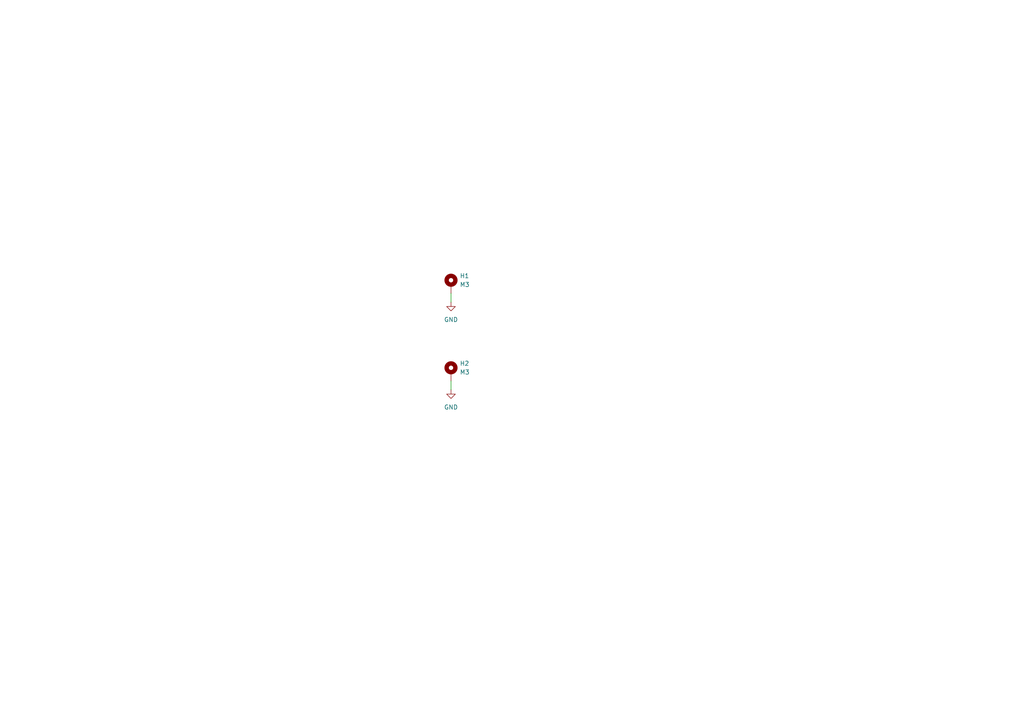
<source format=kicad_sch>
(kicad_sch (version 20211123) (generator eeschema)
  (paper "A4")
  (title_block (title "Basic Mixer Front Panel") (date "2022-01-02") (rev "0") (comment 1 "creativecommons.org/licences/CC/by/4.0") (comment 2 "Licence: CC by 4.0") (comment 3 "Author: Jordan Aceto"))
  (lib_symbols
    (symbol "Mechanical:MountingHole_Pad" (pin_numbers hide) (pin_names (offset 1.016) hide)
      (property "Reference" "H" (at 0 6.35 0))
      (property "Value" "MountingHole_Pad" (at 0 4.445 0))
      (symbol "MountingHole_Pad_0_1"
        (circle (center 0 1.27) (radius 1.27) (stroke (width 1.27)))
      )
      (symbol "MountingHole_Pad_1_1"
        (pin input line (at 0 -2.54 90) (length 2.54) (name "1") (number "1"))
      )
    )
    (symbol "power:GND" (power) (pin_names (offset 0))
      (property "Value" "GND" (at 0 -3.81 0))
      (symbol "GND_0_1"
        (polyline (pts (xy 0 0) (xy 0 -1.27) (xy 1.27 -1.27) (xy 0 -2.54) (xy -1.27 -1.27) (xy 0 -1.27)))
      )
      (symbol "GND_1_1"
        (pin power_in line (at 0 0 270) (length 0) hide (name "GND") (number "1"))
      )
    )
  )
  (wire (pts (xy 130.81 85.09) (xy 130.81 87.63)))
  (wire (pts (xy 130.81 110.49) (xy 130.81 113.03)))
  (symbol (lib_id "power:GND") (at 130.81 87.63 0) (unit 1)
    (property "Reference" "#PWR01" (effects hide))
    (property "Value" "GND" (at 130.81 92.71 0))
  )
  (symbol (lib_id "Mechanical:MountingHole_Pad") (at 130.81 107.95 0) (unit 1)
    (property "Reference" "H2" (at 133.35 105.4099 0) (effects (justify left)))
    (property "Value" "M3" (at 133.35 107.9499 0) (effects (justify left)))
    (property "Footprint" "MountingHole:MountingHole_3.2mm_M3_DIN965_Pad" (effects hide))
  )
  (symbol (lib_id "Mechanical:MountingHole_Pad") (at 130.81 82.55 0) (unit 1)
    (property "Reference" "H1" (at 133.35 80.0099 0) (effects (justify left)))
    (property "Value" "M3" (at 133.35 82.5499 0) (effects (justify left)))
    (property "Footprint" "MountingHole:MountingHole_3.2mm_M3_DIN965_Pad" (effects hide))
  )
  (symbol (lib_id "power:GND") (at 130.81 113.03 0) (unit 1)
    (property "Reference" "#PWR02" (effects hide))
    (property "Value" "GND" (at 130.81 118.11 0))
  )
)
</source>
